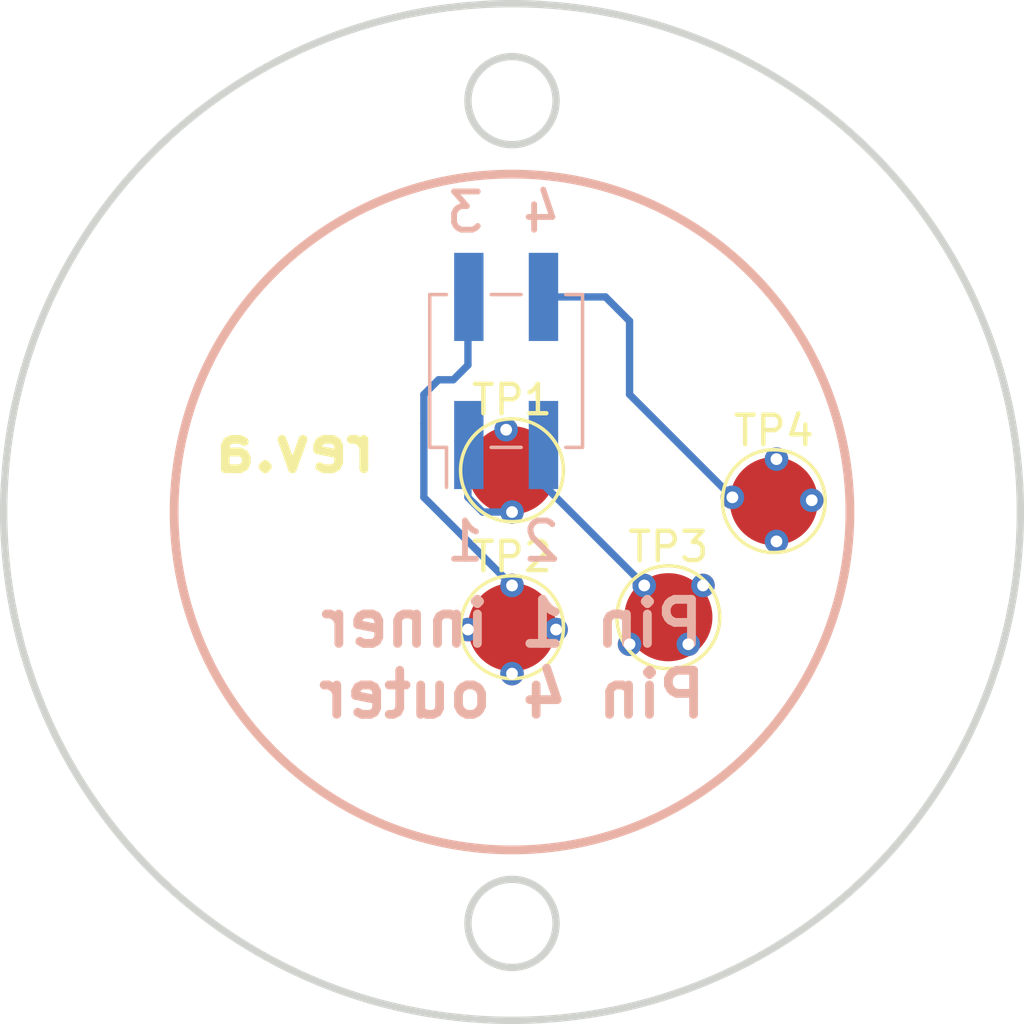
<source format=kicad_pcb>
(kicad_pcb (version 20211014) (generator pcbnew)
  (layers (0 "F.Cu" signal) (31 "B.Cu" signal) (34 "B.Paste" user) (35 "F.Paste" user) (36 "B.SilkS" user "B.Silkscreen") (37 "F.SilkS" user "F.Silkscreen") (38 "B.Mask" user) (39 "F.Mask" user) (44 "Edge.Cuts" user))
  (net 0 "")
  (net 1 "Net-(J1-Pad1)")
  (net 2 "Net-(J1-Pad2)")
  (net 3 "Net-(J1-Pad3)")
  (net 4 "Net-(J1-Pad4)")
  (footprint "TestPoint:TestPoint_Pad_D3.0mm" (layer "F.Cu") (at 100 103.92)
    (fp_text reference "TP2" (at 0 -2.398) (layer "F.SilkS"))
    (fp_text value "TestPoint")
    (fp_circle (center 0 0) (end 0 1.75) (layer "F.SilkS") (width 0.12) (fill none))
    (pad "1" smd circle (at 0 0) (size 3 3) (layers "F.Cu" "F.Mask") (net 2 "Net-(J1-Pad2)"))
  )
  (footprint "TestPoint:TestPoint_Pad_D3.0mm" (layer "F.Cu") (at 108.91 99.63)
    (fp_text reference "TP4" (at 0 -2.398) (layer "F.SilkS"))
    (fp_text value "TestPoint")
    (fp_circle (center 0 0) (end 0 1.75) (layer "F.SilkS") (width 0.12) (fill none))
    (pad "1" smd circle (at 0 0) (size 3 3) (layers "F.Cu" "F.Mask") (net 4 "Net-(J1-Pad4)"))
  )
  (footprint "TestPoint:TestPoint_Pad_D3.0mm" (layer "F.Cu") (at 105.32 103.58)
    (fp_text reference "TP3" (at 0 -2.398) (layer "F.SilkS"))
    (fp_text value "TestPoint")
    (fp_circle (center 0 0) (end 0 1.75) (layer "F.SilkS") (width 0.12) (fill none))
    (pad "1" smd circle (at 0 0) (size 3 3) (layers "F.Cu" "F.Mask") (net 3 "Net-(J1-Pad3)"))
  )
  (footprint "TestPoint:TestPoint_Pad_D3.0mm" (layer "F.Cu") (at 100 98.58)
    (fp_text reference "TP1" (at 0 -2.398) (layer "F.SilkS"))
    (fp_text value "TestPoint")
    (fp_circle (center 0 0) (end 0 1.75) (layer "F.SilkS") (width 0.12) (fill none))
    (pad "1" smd circle (at 0 0) (size 3 3) (layers "F.Cu" "F.Mask") (net 1 "Net-(J1-Pad1)"))
  )
  (footprint "Connector_PinSocket_2.54mm:PinSocket_2x02_P2.54mm_Vertical_SMD" (layer "B.Cu") (at 99.8 95.2 -90)
    (fp_text reference "J1" hide)
    (fp_text value "Conn_01x04" hide)
    (fp_line (start 2.6 2.6) (end 2.6 2.03) (layer "B.SilkS") (width 0.12))
    (fp_line (start -2.6 -2.6) (end 2.6 -2.6) (layer "B.SilkS") (width 0.12))
    (fp_line (start 2.6 -2.03) (end 2.6 -2.6) (layer "B.SilkS") (width 0.12))
    (fp_line (start 2.6 2.03) (end 3.96 2.03) (layer "B.SilkS") (width 0.12))
    (fp_line (start -2.6 -2.03) (end -2.6 -2.6) (layer "B.SilkS") (width 0.12))
    (fp_line (start -2.6 0.51) (end -2.6 -0.51) (layer "B.SilkS") (width 0.12))
    (fp_line (start 2.6 0.51) (end 2.6 -0.51) (layer "B.SilkS") (width 0.12))
    (fp_line (start -2.6 2.6) (end 2.6 2.6) (layer "B.SilkS") (width 0.12))
    (fp_line (start -2.6 2.6) (end -2.6 2.03) (layer "B.SilkS") (width 0.12))
    (pad "1" smd rect (at 2.52 1.27 270) (size 3 1) (layers "B.Cu" "B.Paste" "B.Mask") (net 1 "Net-(J1-Pad1)"))
    (pad "2" smd rect (at -2.52 1.27 270) (size 3 1) (layers "B.Cu" "B.Paste" "B.Mask") (net 2 "Net-(J1-Pad2)"))
    (pad "3" smd rect (at 2.52 -1.27 270) (size 3 1) (layers "B.Cu" "B.Paste" "B.Mask") (net 3 "Net-(J1-Pad3)"))
    (pad "4" smd rect (at -2.52 -1.27 270) (size 3 1) (layers "B.Cu" "B.Paste" "B.Mask") (net 4 "Net-(J1-Pad4)"))
  )
  (gr_circle (center 100 100) (end 111.5 100) (layer "B.SilkS") (width 0.3) (fill none))
  (gr_circle locked (center 100 86) (end 101.5 86) (layer "Edge.Cuts") (width 0.25) (fill none))
  (gr_circle locked (center 100 100) (end 117.3 100) (layer "Edge.Cuts") (width 0.25) (fill none))
  (gr_circle locked (center 100 114) (end 101.5 114) (layer "Edge.Cuts") (width 0.25) (fill none))
  (gr_text "4" (at 101 89.8) (layer "B.SilkS") (effects (font (size 1.3 1.3) (thickness 0.2)) (justify mirror)))
  (gr_text "2" (at 101 101) (layer "B.SilkS") (effects (font (size 1.3 1.3) (thickness 0.2)) (justify mirror)))
  (gr_text "Pin 1 inner\nPin 4 outer" (at 100 105) (layer "B.SilkS") (effects (font (size 1.5 1.5) (thickness 0.3)) (justify mirror)))
  (gr_text "3" (at 98.4 89.8) (layer "B.SilkS") (effects (font (size 1.3 1.3) (thickness 0.2)) (justify mirror)))
  (gr_text "1" (at 98.4 101) (layer "B.SilkS") (effects (font (size 1.3 1.3) (thickness 0.2)) (justify mirror)))
  (gr_text "rev.a" (at 92.6 97.85) (layer "F.SilkS") (effects (font (size 1.5 1.5) (thickness 0.3)) (justify mirror)))
  (segment (start 100 98.58) (end 100 100) (width 0.25) (layer "F.Cu") (net 1))
  (via (at 100 100) (size 0.8) (drill 0.4) (layers "F.Cu" "B.Cu") (net 1))
  (via (at 99.8 97.2) (size 0.8) (drill 0.4) (layers "F.Cu" "B.Cu") (net 1))
  (segment (start 100 100) (end 99 100) (width 0.25) (layer "B.Cu") (net 1))
  (segment (start 98.5 99.5) (end 98.5 97.75) (width 0.25) (layer "B.Cu") (net 1))
  (segment (start 98.5 97.75) (end 98.53 97.72) (width 0.25) (layer "B.Cu") (net 1))
  (segment (start 99 100) (end 98.5 99.5) (width 0.25) (layer "B.Cu") (net 1))
  (segment (start 100 102.5) (end 100 103.92) (width 0.25) (layer "F.Cu") (net 2))
  (via (at 98.5 104) (size 0.8) (drill 0.4) (layers "F.Cu" "B.Cu") (net 2))
  (via (at 101.5 104) (size 0.8) (drill 0.4) (layers "F.Cu" "B.Cu") (net 2))
  (via (at 100 105.5) (size 0.8) (drill 0.4) (layers "F.Cu" "B.Cu") (net 2))
  (via (at 100 102.5) (size 0.8) (drill 0.4) (layers "F.Cu" "B.Cu") (net 2))
  (segment (start 98.5 95) (end 98 95.5) (width 0.25) (layer "B.Cu") (net 2))
  (segment (start 97.5 95.5) (end 97 96) (width 0.25) (layer "B.Cu") (net 2))
  (segment (start 98.53 92.68) (end 98.5 92.71) (width 0.25) (layer "B.Cu") (net 2))
  (segment (start 97 96) (end 97 97) (width 0.25) (layer "B.Cu") (net 2))
  (segment (start 97 97) (end 97 99.5) (width 0.25) (layer "B.Cu") (net 2))
  (segment (start 98.5 92.71) (end 98.5 95) (width 0.25) (layer "B.Cu") (net 2))
  (segment (start 97 99.5) (end 100 102.5) (width 0.25) (layer "B.Cu") (net 2))
  (segment (start 98 95.5) (end 97.5 95.5) (width 0.25) (layer "B.Cu") (net 2))
  (segment (start 104.5 102.5) (end 105.32 103.32) (width 0.25) (layer "F.Cu") (net 3))
  (segment (start 105.32 103.32) (end 105.32 103.58) (width 0.25) (layer "F.Cu") (net 3))
  (via (at 104.5 102.5) (size 0.8) (drill 0.4) (layers "F.Cu" "B.Cu") (net 3))
  (via (at 104 104.5) (size 0.8) (drill 0.4) (layers "F.Cu" "B.Cu") (net 3))
  (via (at 106 104.5) (size 0.8) (drill 0.4) (layers "F.Cu" "B.Cu") (net 3))
  (via (at 106.5 102.5) (size 0.8) (drill 0.4) (layers "F.Cu" "B.Cu") (net 3))
  (segment (start 101.07 97.72) (end 101.07 99.07) (width 0.25) (layer "B.Cu") (net 3))
  (segment (start 101.07 99.07) (end 104.5 102.5) (width 0.25) (layer "B.Cu") (net 3))
  (segment (start 108.91 99.63) (end 107.63 99.63) (width 0.25) (layer "F.Cu") (net 4))
  (segment (start 107.63 99.63) (end 107.5 99.5) (width 0.25) (layer "F.Cu") (net 4))
  (via (at 109 98.2) (size 0.8) (drill 0.4) (layers "F.Cu" "B.Cu") (net 4))
  (via (at 109 101) (size 0.8) (drill 0.4) (layers "F.Cu" "B.Cu") (net 4))
  (via (at 110.2 99.6) (size 0.8) (drill 0.4) (layers "F.Cu" "B.Cu") (net 4))
  (via (at 107.5 99.5) (size 0.8) (drill 0.4) (layers "F.Cu" "B.Cu") (net 4))
  (segment (start 104 93.5) (end 103.18 92.68) (width 0.25) (layer "B.Cu") (net 4))
  (segment (start 107.5 99.5) (end 104 96) (width 0.25) (layer "B.Cu") (net 4))
  (segment (start 104 96) (end 104 93.5) (width 0.25) (layer "B.Cu") (net 4))
  (segment (start 103.18 92.68) (end 101.07 92.68) (width 0.25) (layer "B.Cu") (net 4))
)
</source>
